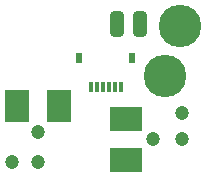
<source format=gts>
G04*
G04 #@! TF.GenerationSoftware,Altium Limited,Altium Designer,23.10.1 (27)*
G04*
G04 Layer_Color=8388736*
%FSLAX25Y25*%
%MOIN*%
G70*
G04*
G04 #@! TF.SameCoordinates,51DF8756-C7FE-4A26-B6EC-ED2339CC954E*
G04*
G04*
G04 #@! TF.FilePolarity,Negative*
G04*
G01*
G75*
%ADD17R,0.07887X0.10642*%
G04:AMPARAMS|DCode=18|XSize=47.37mil|YSize=86.74mil|CornerRadius=13.84mil|HoleSize=0mil|Usage=FLASHONLY|Rotation=0.000|XOffset=0mil|YOffset=0mil|HoleType=Round|Shape=RoundedRectangle|*
%AMROUNDEDRECTD18*
21,1,0.04737,0.05906,0,0,0.0*
21,1,0.01968,0.08674,0,0,0.0*
1,1,0.02769,0.00984,-0.02953*
1,1,0.02769,-0.00984,-0.02953*
1,1,0.02769,-0.00984,0.02953*
1,1,0.02769,0.00984,0.02953*
%
%ADD18ROUNDEDRECTD18*%
%ADD19R,0.02126X0.03701*%
%ADD20R,0.01732X0.03701*%
%ADD21R,0.10642X0.07887*%
%ADD22C,0.04737*%
%ADD23C,0.14173*%
D17*
X-224606Y34055D02*
D03*
X-210827D02*
D03*
D18*
X-191339Y61417D02*
D03*
X-183858D02*
D03*
D19*
X-186221Y50000D02*
D03*
X-203937D02*
D03*
D20*
X-198031Y40157D02*
D03*
X-196063D02*
D03*
X-194095D02*
D03*
X-200000D02*
D03*
X-192126D02*
D03*
X-190157D02*
D03*
D21*
X-188386Y29724D02*
D03*
X-188386Y15945D02*
D03*
D22*
X-226378Y15354D02*
D03*
X-217717D02*
D03*
Y25197D02*
D03*
X-179528Y22835D02*
D03*
X-169685Y22835D02*
D03*
Y31496D02*
D03*
D23*
X-175394Y44094D02*
D03*
X-170374Y60728D02*
D03*
M02*

</source>
